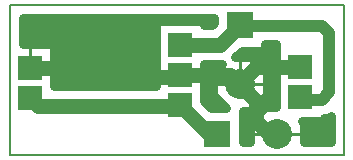
<source format=gbr>
G04 PROTEUS RS274X GERBER FILE*
%FSLAX45Y45*%
%MOMM*%
G01*
%ADD10C,0.762000*%
%ADD11C,1.270000*%
%ADD12C,1.016000*%
%ADD13C,0.254000*%
%ADD14R,2.032000X2.032000*%
%ADD15R,2.286000X2.286000*%
%ADD16C,2.540000*%
%ADD17C,0.203200*%
%TD.AperFunction*%
G36*
X+1834101Y+1157585D02*
X+1815615Y+1139099D01*
X+1743199Y+1139099D01*
X+1743199Y+1177199D01*
X+1336801Y+1177199D01*
X+1336801Y+620672D01*
X+473199Y+620672D01*
X+473199Y+981199D01*
X+211759Y+981199D01*
X+211759Y+1198241D01*
X+1834101Y+1198241D01*
X+1834101Y+1157585D01*
G37*
G36*
X+1821401Y+734689D02*
X+1821401Y+545311D01*
X+1930813Y+435899D01*
X+1803585Y+435899D01*
X+1743199Y+496285D01*
X+1743199Y+808901D01*
X+1895613Y+808901D01*
X+1821401Y+734689D01*
G37*
G36*
X+2818241Y+151759D02*
X+2588599Y+151759D01*
X+2588599Y+314689D01*
X+2576487Y+326801D01*
X+2763199Y+326801D01*
X+2763199Y+354893D01*
X+2807239Y+354893D01*
X+2818241Y+365895D01*
X+2818241Y+151759D01*
G37*
G36*
X+2356801Y+580801D02*
X+2356801Y+448599D01*
X+2265311Y+448599D01*
X+2131401Y+314689D01*
X+2131401Y+151759D01*
X+2075899Y+151759D01*
X+2075899Y+411401D01*
X+2144689Y+411401D01*
X+2278599Y+545311D01*
X+2278599Y+734689D01*
X+2144689Y+868599D01*
X+2012083Y+868599D01*
X+2067585Y+924101D01*
X+2265899Y+924101D01*
X+2265899Y+977601D01*
X+2356801Y+977601D01*
X+2356801Y+580801D01*
G37*
D10*
X+2560000Y+784000D02*
X+2560000Y+819087D01*
X+2586171Y+792916D01*
X+2560000Y+784000D01*
D11*
X+270000Y+778000D02*
X+1059892Y+778000D01*
X+1140886Y+697006D01*
X+1501381Y+697006D01*
X+1514610Y+710235D01*
X+1540000Y+720000D01*
X+270000Y+524000D02*
X+338427Y+455573D01*
X+1438400Y+455573D01*
X+1540000Y+466000D01*
X+1786000Y+220000D01*
X+1860000Y+220000D01*
X+2050000Y+640000D02*
X+1970000Y+720000D01*
X+1540000Y+720000D01*
X+2560000Y+784000D02*
X+2186995Y+784000D01*
X+2169995Y+767000D01*
X+2050000Y+640000D01*
X+2190000Y+500000D01*
X+2190000Y+330000D01*
X+2300000Y+220000D01*
X+2360000Y+220000D01*
D12*
X+2040000Y+1130000D02*
X+2746484Y+1130000D01*
X+2806953Y+1069531D01*
X+2806953Y+570131D01*
X+2744114Y+507292D01*
X+2582708Y+507292D01*
X+2560000Y+530000D01*
D11*
X+2050000Y+1140000D02*
X+2040000Y+1130000D01*
X+1884000Y+974000D01*
X+1540000Y+974000D01*
D10*
X+1834101Y+1157585D02*
X+1815615Y+1139099D01*
X+1743199Y+1139099D01*
X+1743199Y+1177199D01*
X+1336801Y+1177199D01*
X+1336801Y+620672D01*
X+473199Y+620672D01*
X+473199Y+981199D01*
X+211759Y+981199D01*
X+211759Y+1198241D01*
X+1834101Y+1198241D01*
X+1834101Y+1157585D01*
X+1821401Y+734689D02*
X+1821401Y+545311D01*
X+1930813Y+435899D01*
X+1803585Y+435899D01*
X+1743199Y+496285D01*
X+1743199Y+808901D01*
X+1895613Y+808901D01*
X+1821401Y+734689D01*
X+2818241Y+151759D02*
X+2588599Y+151759D01*
X+2588599Y+314689D01*
X+2576487Y+326801D01*
X+2763199Y+326801D01*
X+2763199Y+354893D01*
X+2807239Y+354893D01*
X+2818241Y+365895D01*
X+2818241Y+151759D01*
X+2356801Y+580801D02*
X+2356801Y+448599D01*
X+2265311Y+448599D01*
X+2131401Y+314689D01*
X+2131401Y+151759D01*
X+2075899Y+151759D01*
X+2075899Y+411401D01*
X+2144689Y+411401D01*
X+2278599Y+545311D01*
X+2278599Y+734689D01*
X+2144689Y+868599D01*
X+2012083Y+868599D01*
X+2067585Y+924101D01*
X+2265899Y+924101D01*
X+2265899Y+977601D01*
X+2356801Y+977601D01*
X+2356801Y+580801D01*
D13*
X+270000Y+981199D02*
X+270000Y+778000D01*
X+473199Y+778000D02*
X+270000Y+778000D01*
X+2356801Y+784000D02*
X+2560000Y+784000D01*
X+1743199Y+720000D02*
X+1540000Y+720000D01*
X+1336801Y+720000D02*
X+1540000Y+720000D01*
X+2131401Y+220000D02*
X+2360000Y+220000D01*
X+2588599Y+220000D02*
X+2360000Y+220000D01*
X+2050000Y+868599D02*
X+2050000Y+640000D01*
X+1821401Y+640000D02*
X+2050000Y+640000D01*
X+2278599Y+640000D02*
X+2050000Y+640000D01*
D14*
X+270000Y+524000D03*
X+270000Y+778000D03*
X+2560000Y+530000D03*
X+2560000Y+784000D03*
X+1540000Y+466000D03*
X+1540000Y+720000D03*
X+1540000Y+974000D03*
D15*
X+1860000Y+220000D03*
D16*
X+2360000Y+220000D03*
D15*
X+2050000Y+1140000D03*
D16*
X+2050000Y+640000D03*
D17*
X+100000Y+40000D02*
X+2930000Y+40000D01*
X+2930000Y+1310000D01*
X+100000Y+1310000D01*
X+100000Y+40000D01*
M02*

</source>
